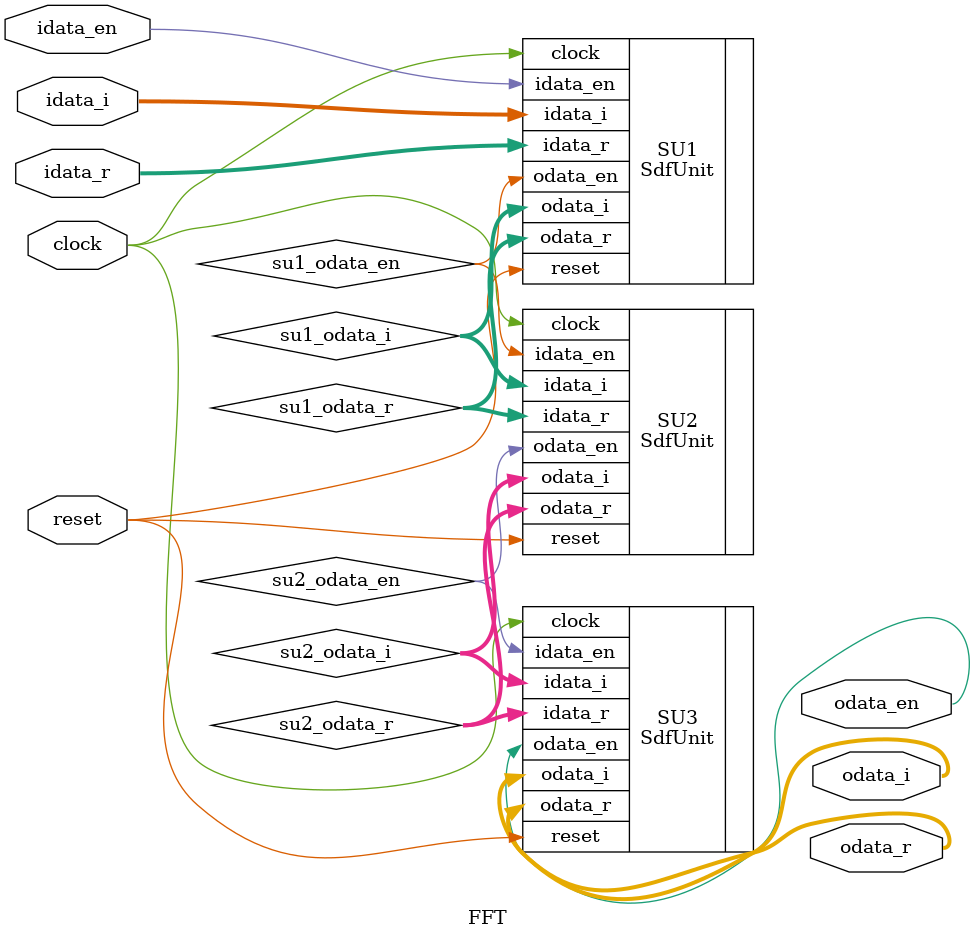
<source format=v>
module FFT #(
    parameter   WIDTH = 16
)(
    input               clock,      //  Master Clock
    input               reset,      //  Active High Asynchronous Reset
    input               idata_en,   //  Input Data Enable
    input   [WIDTH-1:0] idata_r,    //  Input Data (Real)
    input   [WIDTH-1:0] idata_i,    //  Input Data (Imag)
    output              odata_en,   //  Output Data Enable
    output  [WIDTH-1:0] odata_r,    //  Output Data (Real)
    output  [WIDTH-1:0] odata_i     //  Output Data (Imag)
);
//----------------------------------------------------------------------
//  Data must be input consecutively in natural order.
//  The result is scaled to 1/N and output in bit-reversed order.
//  The output latency is 71 clock cycles.
//----------------------------------------------------------------------

wire            su1_odata_en;
wire[WIDTH-1:0] su1_odata_r;
wire[WIDTH-1:0] su1_odata_i;
wire            su2_odata_en;
wire[WIDTH-1:0] su2_odata_r;
wire[WIDTH-1:0] su2_odata_i;

SdfUnit #(.N(64),.M(64),.WIDTH(WIDTH)) SU1 (
    .clock      (clock          ),  //  i
    .reset      (reset          ),  //  i
    .idata_en   (idata_en       ),  //  i
    .idata_r    (idata_r        ),  //  i
    .idata_i    (idata_i        ),  //  i
    .odata_en   (su1_odata_en   ),  //  o
    .odata_r    (su1_odata_r    ),  //  o
    .odata_i    (su1_odata_i    )   //  o
);

SdfUnit #(.N(64),.M(16),.WIDTH(WIDTH)) SU2 (
    .clock      (clock          ),  //  i
    .reset      (reset          ),  //  i
    .idata_en   (su1_odata_en   ),  //  i
    .idata_r    (su1_odata_r    ),  //  i
    .idata_i    (su1_odata_i    ),  //  i
    .odata_en   (su2_odata_en   ),  //  o
    .odata_r    (su2_odata_r    ),  //  o
    .odata_i    (su2_odata_i    )   //  o
);

SdfUnit #(.N(64),.M(4),.WIDTH(WIDTH)) SU3 (
    .clock      (clock          ),  //  i
    .reset      (reset          ),  //  i
    .idata_en   (su2_odata_en   ),  //  i
    .idata_r    (su2_odata_r    ),  //  i
    .idata_i    (su2_odata_i    ),  //  i
    .odata_en   (odata_en       ),  //  o
    .odata_r    (odata_r        ),  //  o
    .odata_i    (odata_i        )   //  o
);

endmodule

</source>
